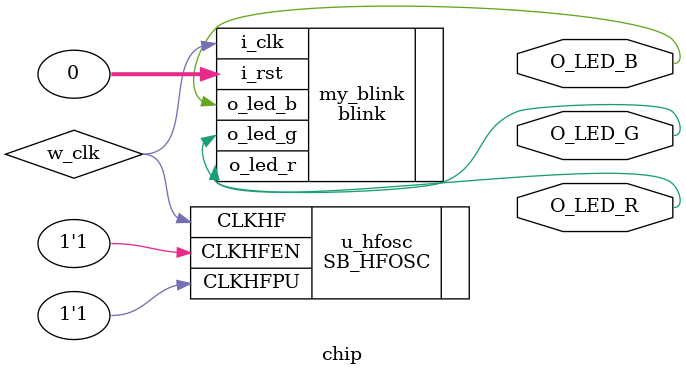
<source format=v>

module chip (
	output	O_LED_R,
	output	O_LED_G,
	output	O_LED_B
	);

	wire w_clk;

	SB_HFOSC u_hfosc (
        	.CLKHFPU(1'b1),
        	.CLKHFEN(1'b1),
        	.CLKHF(w_clk)
    	);

	blink my_blink (
		.i_clk(w_clk),
		.i_rst(0),
    .o_led_r(O_LED_R),
    .o_led_g(O_LED_G),
    .o_led_b(O_LED_B)
	);
endmodule

</source>
